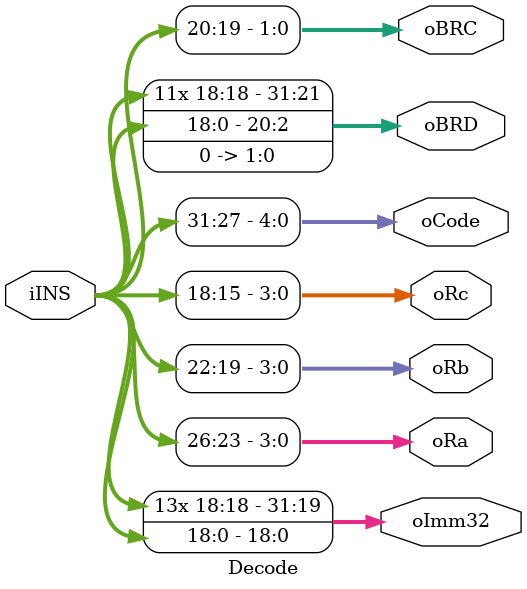
<source format=v>
module Decode (
    // Input Instruction
    iINS,
    // Immediate Value (Sign Extended)
    oImm32,
    // Reg A, Reg B, Reg C addresses
    oRa, oRb, oRc,
    // OP Code
    oCode,
    // Branch Distance
    oBRD,
    // Branch Code
    oBRC
);

// Taken from instruction formats: section 2.1 of the Processor specifications

input wire [31:0] iINS;
output wire [31:0] oImm32;
output wire [3:0] oRa, oRb, oRc;
output wire [4:0] oCode;
output wire [31:0] oBRD;
output wire [1:0] oBRC;

assign oCode  = iINS[31:27];
assign oRa    = iINS[26:23];
assign oRb    = iINS[22:19];
assign oRc    = iINS[18:15];
assign oImm32 = {{13{iINS[18]}}, iINS[18:0]};
assign oBRD   = {{11{iINS[18]}}, iINS[18:0], 2'b00};
assign oBRC   = iINS[20:19];

endmodule
</source>
